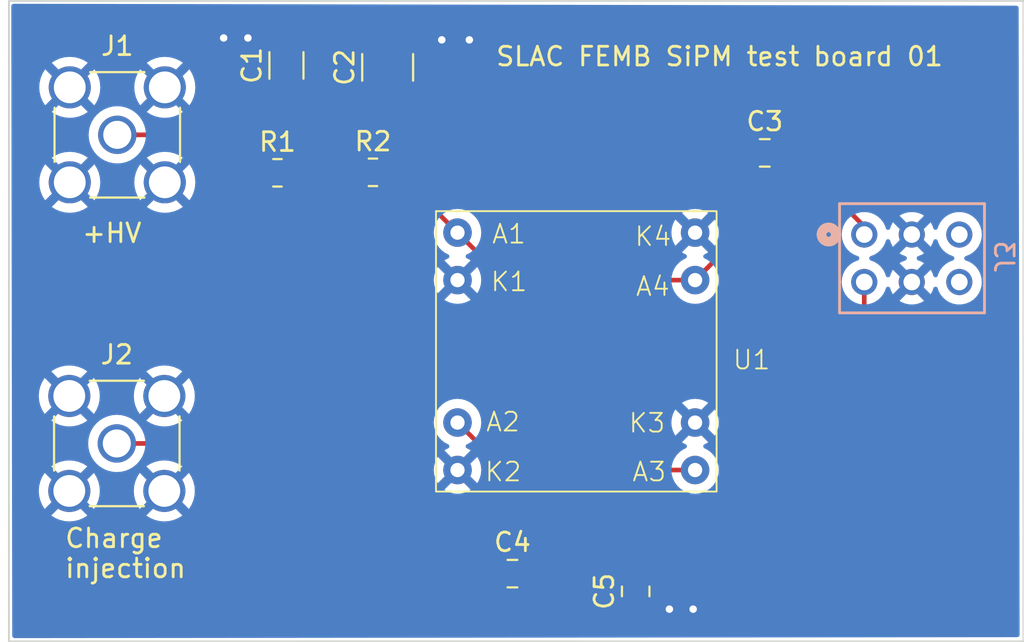
<source format=kicad_pcb>
(kicad_pcb (version 20221018) (generator pcbnew)
  (layers (0 "F.Cu" signal) (31 "B.Cu" signal) (34 "B.Paste" user) (35 "F.Paste" user) (36 "B.SilkS" user "B.Silkscreen") (37 "F.SilkS" user "F.Silkscreen") (38 "B.Mask" user) (39 "F.Mask" user) (44 "Edge.Cuts" user))
  (net 0 "")
  (net 1 "Net-(C1-Pad1)")
  (net 2 "GND")
  (net 3 "Net-(C2-Pad1)")
  (net 4 "Net-(C3-Pad2)")
  (net 5 "Net-(J2-Pin_1)")
  (net 6 "Net-(C4-Pad2)")
  (net 7 "Net-(J1-Pin_1)")
  (footprint "Connector_Coaxial:SMA_Amphenol_132134-11_Vertical" (layer "F.Cu") (at 75.8723 48.1584)
    (fp_text reference "J1" (at 0 -4.75) (layer "F.SilkS"))
    (fp_text value "Conn_01x02_Pin")
    (fp_line (start -3.355 -1.45) (end -3.355 1.45) (stroke (width 0.12)) (layer "F.SilkS"))
    (fp_line (start -1.45 -3.355) (end 1.45 -3.355) (stroke (width 0.12)) (layer "F.SilkS"))
    (fp_line (start -1.45 3.355) (end 1.45 3.355) (stroke (width 0.12)) (layer "F.SilkS"))
    (fp_line (start 3.355 -1.45) (end 3.355 1.45) (stroke (width 0.12)) (layer "F.SilkS"))
    (pad "1" thru_hole circle (at 0 0) (size 2.05 2.05) (drill 1.5) (layers "*.Cu" "*.Mask") (net 7 "Net-(J1-Pin_1)"))
    (pad "2" thru_hole circle (at -2.54 -2.54) (size 2.25 2.25) (drill 1.7) (layers "*.Cu" "*.Mask") (net 2 "GND"))
    (pad "2" thru_hole circle (at -2.54 2.54) (size 2.25 2.25) (drill 1.7) (layers "*.Cu" "*.Mask") (net 2 "GND"))
    (pad "2" thru_hole circle (at 2.54 -2.54) (size 2.25 2.25) (drill 1.7) (layers "*.Cu" "*.Mask") (net 2 "GND"))
    (pad "2" thru_hole circle (at 2.54 2.54) (size 2.25 2.25) (drill 1.7) (layers "*.Cu" "*.Mask") (net 2 "GND"))
  )
  (footprint "Capacitor_SMD:C_1206_3216Metric" (layer "F.Cu") (at 84.9147 44.4464 90)
    (fp_text reference "C1" (at 0 -1.85 90) (layer "F.SilkS"))
    (fp_text value "C")
    (fp_line (start -0.711252 -0.91) (end 0.711252 -0.91) (stroke (width 0.12)) (layer "F.SilkS"))
    (fp_line (start -0.711252 0.91) (end 0.711252 0.91) (stroke (width 0.12)) (layer "F.SilkS"))
    (pad "1" smd roundrect (at -1.475 0 90) (size 1.15 1.8) (layers "F.Cu" "F.Paste" "F.Mask") (roundrect_rratio 0.217391) (net 1 "Net-(C1-Pad1)"))
    (pad "2" smd roundrect (at 1.475 0 90) (size 1.15 1.8) (layers "F.Cu" "F.Paste" "F.Mask") (roundrect_rratio 0.217391) (net 2 "GND"))
  )
  (footprint "Capacitor_SMD:C_1210_3225Metric" (layer "F.Cu") (at 90.3249 44.5498 90)
    (fp_text reference "C2" (at 0 -2.3 90) (layer "F.SilkS"))
    (fp_text value "C")
    (fp_line (start -0.711252 -1.36) (end 0.711252 -1.36) (stroke (width 0.12)) (layer "F.SilkS"))
    (fp_line (start -0.711252 1.36) (end 0.711252 1.36) (stroke (width 0.12)) (layer "F.SilkS"))
    (pad "1" smd roundrect (at -1.475 0 90) (size 1.15 2.7) (layers "F.Cu" "F.Paste" "F.Mask") (roundrect_rratio 0.217391) (net 3 "Net-(C2-Pad1)"))
    (pad "2" smd roundrect (at 1.475 0 90) (size 1.15 2.7) (layers "F.Cu" "F.Paste" "F.Mask") (roundrect_rratio 0.217391) (net 2 "GND"))
  )
  (footprint "Capacitor_SMD:C_0805_2012Metric" (layer "F.Cu") (at 96.9949 71.633)
    (fp_text reference "C4" (at 0 -1.68) (layer "F.SilkS"))
    (fp_text value "Charge injection")
    (fp_line (start -0.261252 -0.735) (end 0.261252 -0.735) (stroke (width 0.12)) (layer "F.SilkS"))
    (fp_line (start -0.261252 0.735) (end 0.261252 0.735) (stroke (width 0.12)) (layer "F.SilkS"))
    (pad "1" smd roundrect (at -0.95 0) (size 1 1.45) (layers "F.Cu" "F.Paste" "F.Mask") (net 5 "Net-(J2-Pin_1)"))
    (pad "2" smd roundrect (at 0.95 0) (size 1 1.45) (layers "F.Cu" "F.Paste" "F.Mask") (net 6 "Net-(C4-Pad2)"))
  )
  (footprint "Capacitor_SMD:C_0805_2012Metric" (layer "F.Cu") (at 103.5837 72.583 90)
    (fp_text reference "C5" (at 0 -1.68 90) (layer "F.SilkS"))
    (fp_text value "C_det")
    (fp_line (start -0.261252 -0.735) (end 0.261252 -0.735) (stroke (width 0.12)) (layer "F.SilkS"))
    (fp_line (start -0.261252 0.735) (end 0.261252 0.735) (stroke (width 0.12)) (layer "F.SilkS"))
    (pad "1" smd roundrect (at -0.95 0 90) (size 1 1.45) (layers "F.Cu" "F.Paste" "F.Mask") (net 2 "GND"))
    (pad "2" smd roundrect (at 0.95 0 90) (size 1 1.45) (layers "F.Cu" "F.Paste" "F.Mask") (net 6 "Net-(C4-Pad2)"))
  )
  (footprint "Capacitor_SMD:C_0805_2012Metric" (layer "F.Cu") (at 110.4823 49.1236)
    (fp_text reference "C3" (at 0 -1.68) (layer "F.SilkS"))
    (fp_text value "Cb")
    (fp_line (start -0.261252 -0.735) (end 0.261252 -0.735) (stroke (width 0.12)) (layer "F.SilkS"))
    (fp_line (start -0.261252 0.735) (end 0.261252 0.735) (stroke (width 0.12)) (layer "F.SilkS"))
    (pad "1" smd roundrect (at -0.95 0) (size 1 1.45) (layers "F.Cu" "F.Paste" "F.Mask") (net 3 "Net-(C2-Pad1)"))
    (pad "2" smd roundrect (at 0.95 0) (size 1 1.45) (layers "F.Cu" "F.Paste" "F.Mask") (net 4 "Net-(C3-Pad2)"))
  )
  (footprint "Resistor_SMD:R_0805_2012Metric" (layer "F.Cu") (at 89.5394 50.165)
    (fp_text reference "R2" (at 0 -1.65) (layer "F.SilkS"))
    (fp_text value "R")
    (fp_line (start -0.227064 -0.735) (end 0.227064 -0.735) (stroke (width 0.12)) (layer "F.SilkS"))
    (fp_line (start -0.227064 0.735) (end 0.227064 0.735) (stroke (width 0.12)) (layer "F.SilkS"))
    (pad "1" smd roundrect (at -0.9125 0) (size 1.025 1.4) (layers "F.Cu" "F.Paste" "F.Mask") (roundrect_rratio 0.243902) (net 1 "Net-(C1-Pad1)"))
    (pad "2" smd roundrect (at 0.9125 0) (size 1.025 1.4) (layers "F.Cu" "F.Paste" "F.Mask") (roundrect_rratio 0.243902) (net 3 "Net-(C2-Pad1)"))
  )
  (footprint "Resistor_SMD:R_0805_2012Metric" (layer "F.Cu") (at 84.434 50.1904)
    (fp_text reference "R1" (at 0 -1.65) (layer "F.SilkS"))
    (fp_text value "R")
    (fp_line (start -0.227064 -0.735) (end 0.227064 -0.735) (stroke (width 0.12)) (layer "F.SilkS"))
    (fp_line (start -0.227064 0.735) (end 0.227064 0.735) (stroke (width 0.12)) (layer "F.SilkS"))
    (pad "1" smd roundrect (at -0.9125 0) (size 1.025 1.4) (layers "F.Cu" "F.Paste" "F.Mask") (roundrect_rratio 0.243902) (net 7 "Net-(J1-Pin_1)"))
    (pad "2" smd roundrect (at 0.9125 0) (size 1.025 1.4) (layers "F.Cu" "F.Paste" "F.Mask") (roundrect_rratio 0.243902) (net 1 "Net-(C1-Pad1)"))
  )
  (footprint "Connector_Coaxial:SMA_Amphenol_132134-11_Vertical" (layer "F.Cu") (at 75.8469 64.6684)
    (fp_text reference "J2" (at 0 -4.75) (layer "F.SilkS"))
    (fp_text value "Conn_01x02_Pin")
    (fp_line (start -3.355 -1.45) (end -3.355 1.45) (stroke (width 0.12)) (layer "F.SilkS"))
    (fp_line (start -1.45 -3.355) (end 1.45 -3.355) (stroke (width 0.12)) (layer "F.SilkS"))
    (fp_line (start -1.45 3.355) (end 1.45 3.355) (stroke (width 0.12)) (layer "F.SilkS"))
    (fp_line (start 3.355 -1.45) (end 3.355 1.45) (stroke (width 0.12)) (layer "F.SilkS"))
    (pad "1" thru_hole circle (at 0 0) (size 2.05 2.05) (drill 1.5) (layers "*.Cu" "*.Mask") (net 5 "Net-(J2-Pin_1)"))
    (pad "2" thru_hole circle (at -2.54 -2.54) (size 2.25 2.25) (drill 1.7) (layers "*.Cu" "*.Mask") (net 2 "GND"))
    (pad "2" thru_hole circle (at -2.54 2.54) (size 2.25 2.25) (drill 1.7) (layers "*.Cu" "*.Mask") (net 2 "GND"))
    (pad "2" thru_hole circle (at 2.54 -2.54) (size 2.25 2.25) (drill 1.7) (layers "*.Cu" "*.Mask") (net 2 "GND"))
    (pad "2" thru_hole circle (at 2.54 2.54) (size 2.25 2.25) (drill 1.7) (layers "*.Cu" "*.Mask") (net 2 "GND"))
  )
  (footprint "SiPM:SiPM array" (layer "F.Cu") (at 100.4087 59.7408)
    (fp_text reference "U1" (at 9.3701 0.4572 unlocked) (layer "F.SilkS") (effects (font (thickness 0.1))))
    (fp_text value "~")
    (fp_text user "A4" (at 3.12 -2.89 unlocked) (layer "F.SilkS") (effects (font (thickness 0.1)) (justify left bottom)))
    (fp_text user "K2" (at -4.95 7.03 unlocked) (layer "F.SilkS") (effects (font (thickness 0.1)) (justify left bottom)))
    (fp_text user "K4" (at 3.06 -5.56 unlocked) (layer "F.SilkS") (effects (font (thickness 0.1)) (justify left bottom)))
    (fp_text user "A2" (at -4.89 4.36 unlocked) (layer "F.SilkS") (effects (font (thickness 0.1)) (justify left bottom)))
    (fp_text user "K3" (at 2.74 4.42 unlocked) (layer "F.SilkS") (effects (font (thickness 0.1)) (justify left bottom)))
    (fp_text user "A3" (at 2.93 7.03 unlocked) (layer "F.SilkS") (effects (font (thickness 0.1)) (justify left bottom)))
    (fp_text user "K1" (at -4.64 -3.14 unlocked) (layer "F.SilkS") (effects (font (thickness 0.1)) (justify left bottom)))
    (fp_text user "A1" (at -4.57 -5.69 unlocked) (layer "F.SilkS") (effects (font (thickness 0.1)) (justify left bottom)))
    (fp_rect (start -7.5 -7.5) (end 7.5 7.5) (stroke (width 0.1)) (fill none) (layer "F.SilkS"))
    (pad "A1" thru_hole circle (at -6.35 -6.35) (size 1.524 1.524) (drill 0.762) (layers "*.Cu" "*.Mask") (net 3 "Net-(C2-Pad1)"))
    (pad "A2" thru_hole circle (at -6.35 3.81) (size 1.524 1.524) (drill 0.762) (layers "*.Cu" "*.Mask") (net 3 "Net-(C2-Pad1)"))
    (pad "A3" thru_hole circle (at 6.35 6.35) (size 1.524 1.524) (drill 0.762) (layers "*.Cu" "*.Mask") (net 3 "Net-(C2-Pad1)"))
    (pad "A4" thru_hole circle (at 6.35 -3.81) (size 1.524 1.524) (drill 0.762) (layers "*.Cu" "*.Mask") (net 3 "Net-(C2-Pad1)"))
    (pad "K1" thru_hole circle (at -6.35 -3.81) (size 1.524 1.524) (drill 0.762) (layers "*.Cu" "*.Mask") (net 2 "GND"))
    (pad "K2" thru_hole circle (at -6.35 6.35) (size 1.524 1.524) (drill 0.762) (layers "*.Cu" "*.Mask") (net 2 "GND"))
    (pad "K3" thru_hole circle (at 6.35 3.81) (size 1.524 1.524) (drill 0.762) (layers "*.Cu" "*.Mask") (net 2 "GND"))
    (pad "K4" thru_hole circle (at 6.35 -6.35) (size 1.524 1.524) (drill 0.762) (layers "*.Cu" "*.Mask") (net 2 "GND"))
  )
  (footprint "TSW_102_07_G_T:CON6_3X2_TU_TSW_SAI" (layer "B.Cu") (at 118.3411 54.7624 90)
    (fp_text reference "J3" (at 0.0762 4.9251 270 unlocked) (layer "B.SilkS") (effects (justify mirror)))
    (fp_text value "TSW-102-07-G-T")
    (fp_line (start -2.921 -3.8608) (end 2.921 -3.8608) (stroke (width 0.1524)) (layer "B.SilkS"))
    (fp_line (start -2.921 3.8862) (end -2.921 -3.8608) (stroke (width 0.1524)) (layer "B.SilkS"))
    (fp_line (start 2.921 -3.8608) (end 2.921 3.8862) (stroke (width 0.1524)) (layer "B.SilkS"))
    (fp_line (start 2.921 3.8862) (end -2.921 3.8862) (stroke (width 0.1524)) (layer "B.SilkS"))
    (fp_circle (center 1.27 -4.445) (end 1.651 -4.445) (stroke (width 0.508)) (fill none) (layer "B.SilkS"))
    (fp_circle (center 1.27 -4.445) (end 1.651 -4.445) (stroke (width 0.508)) (fill none) (layer "F.SilkS"))
    (pad "1" thru_hole circle (at 1.27 -2.54) (size 1.397 1.397) (drill 0.889) (layers "*.Cu" "*.Mask") (net 4 "Net-(C3-Pad2)"))
    (pad "2" thru_hole circle (at 1.27 0) (size 1.397 1.397) (drill 0.889) (layers "*.Cu" "*.Mask") (net 2 "GND"))
    (pad "3" thru_hole circle (at 1.27 2.54) (size 1.397 1.397) (drill 0.889) (layers "*.Cu" "*.Mask"))
    (pad "4" thru_hole circle (at -1.27 -2.54) (size 1.397 1.397) (drill 0.889) (layers "*.Cu" "*.Mask") (net 6 "Net-(C4-Pad2)"))
    (pad "5" thru_hole circle (at -1.27 0) (size 1.397 1.397) (drill 0.889) (layers "*.Cu" "*.Mask") (net 2 "GND"))
    (pad "6" thru_hole circle (at -1.27 2.54) (size 1.397 1.397) (drill 0.889) (layers "*.Cu" "*.Mask"))
  )
  (gr_rect (start 70.0786 40.9956) (end 124.3076 75.2602) (stroke (width 0.1)) (fill none) (layer "Edge.Cuts"))
  (gr_text "+HV" (at 73.914 54.0004) (layer "F.SilkS") (effects (font (size 1 1)) (justify left bottom)))
  (gr_text "Charge\ninjection" (at 72.9996 71.9328) (layer "F.SilkS") (effects (font (size 1 1)) (justify left bottom)))
  (gr_text "SLAC FEMB SiPM test board 01" (at 96.0374 44.5516) (layer "F.SilkS") (effects (font (size 1 1)) (justify left bottom)))
  (segment (start 85.3719 50.165) (end 85.3465 50.1904) (width 0.25) (layer "F.Cu") (net 1))
  (segment (start 88.6269 50.165) (end 85.3719 50.165) (width 0.25) (layer "F.Cu") (net 1))
  (segment (start 84.9147 45.9214) (end 84.9147 49.7586) (width 0.25) (layer "F.Cu") (net 1))
  (segment (start 84.9147 49.7586) (end 85.3465 50.1904) (width 0.25) (layer "F.Cu") (net 1))
  (segment (start 82.8548 42.9768) (end 81.5594 42.9768) (width 0.25) (layer "F.Cu") (net 2))
  (segment (start 84.9147 42.9714) (end 82.8602 42.9714) (width 0.25) (layer "F.Cu") (net 2))
  (segment (start 103.5837 73.533) (end 105.3846 73.533) (width 0.25) (layer "F.Cu") (net 2))
  (segment (start 82.8602 42.9714) (end 82.8548 42.9768) (width 0.25) (layer "F.Cu") (net 2))
  (segment (start 105.3846 73.533) (end 106.6546 73.533) (width 0.25) (layer "F.Cu") (net 2))
  (segment (start 90.3249 43.0748) (end 93.2144 43.0748) (width 0.25) (layer "F.Cu") (net 2))
  (segment (start 93.218 43.0784) (end 94.6912 43.0784) (width 0.25) (layer "F.Cu") (net 2))
  (segment (start 93.2144 43.0748) (end 93.218 43.0784) (width 0.25) (layer "F.Cu") (net 2))
  (via (at 94.6912 43.0784) (size 0.8) (drill 0.4) (layers "F.Cu" "B.Cu") (net 2))
  (via (at 105.3846 73.533) (size 0.8) (drill 0.4) (layers "F.Cu" "B.Cu") (net 2))
  (via (at 82.8548 42.9768) (size 0.8) (drill 0.4) (layers "F.Cu" "B.Cu") (net 2))
  (via (at 81.5594 42.9768) (size 0.8) (drill 0.4) (layers "F.Cu" "B.Cu") (net 2))
  (via (at 93.218 43.0784) (size 0.8) (drill 0.4) (layers "F.Cu" "B.Cu") (net 2))
  (via (at 106.6546 73.533) (size 0.8) (drill 0.4) (layers "F.Cu" "B.Cu") (net 2))
  (segment (start 94.0587 53.3908) (end 90.8329 50.165) (width 0.25) (layer "F.Cu") (net 3))
  (segment (start 106.7587 55.9308) (end 109.5323 53.1572) (width 0.25) (layer "F.Cu") (net 3))
  (segment (start 96.5987 66.0908) (end 94.0587 63.5508) (width 0.25) (layer "F.Cu") (net 3))
  (segment (start 100.9167 55.9308) (end 100.9167 66.04) (width 0.25) (layer "F.Cu") (net 3))
  (segment (start 90.3249 46.0248) (end 90.3249 50.038) (width 0.25) (layer "F.Cu") (net 3))
  (segment (start 90.8329 50.165) (end 90.4519 50.165) (width 0.25) (layer "F.Cu") (net 3))
  (segment (start 90.3249 50.038) (end 90.4519 50.165) (width 0.25) (layer "F.Cu") (net 3))
  (segment (start 100.9675 66.0908) (end 96.5987 66.0908) (width 0.25) (layer "F.Cu") (net 3))
  (segment (start 96.5987 55.9308) (end 94.0587 53.3908) (width 0.25) (layer "F.Cu") (net 3))
  (segment (start 109.5323 53.1572) (end 109.5323 49.1236) (width 0.25) (layer "F.Cu") (net 3))
  (segment (start 106.7587 66.0908) (end 100.9675 66.0908) (width 0.25) (layer "F.Cu") (net 3))
  (segment (start 100.9167 66.04) (end 100.9675 66.0908) (width 0.25) (layer "F.Cu") (net 3))
  (segment (start 100.9167 55.9308) (end 96.5987 55.9308) (width 0.25) (layer "F.Cu") (net 3))
  (segment (start 106.7587 55.9308) (end 100.9167 55.9308) (width 0.25) (layer "F.Cu") (net 3))
  (segment (start 111.4323 49.1236) (end 111.8641 49.1236) (width 0.25) (layer "F.Cu") (net 4))
  (segment (start 111.8641 49.1236) (end 115.8773 53.1368) (width 0.25) (layer "F.Cu") (net 4))
  (segment (start 81.4095 64.6684) (end 81.4349 64.643) (width 0.25) (layer "F.Cu") (net 5))
  (segment (start 96.0449 71.633) (end 88.4249 71.633) (width 0.25) (layer "F.Cu") (net 5))
  (segment (start 88.4249 71.633) (end 81.4349 64.643) (width 0.25) (layer "F.Cu") (net 5))
  (segment (start 75.8469 64.6684) (end 81.4095 64.6684) (width 0.25) (layer "F.Cu") (net 5))
  (segment (start 115.8011 56.0324) (end 115.8011 65.3542) (width 0.25) (layer "F.Cu") (net 6))
  (segment (start 115.8011 65.3542) (end 109.4765 71.6788) (width 0.25) (layer "F.Cu") (net 6))
  (segment (start 109.4765 71.6788) (end 103.6295 71.6788) (width 0.25) (layer "F.Cu") (net 6))
  (segment (start 103.6295 71.6788) (end 103.5837 71.633) (width 0.25) (layer "F.Cu") (net 6))
  (segment (start 103.5837 71.633) (end 97.9449 71.633) (width 0.25) (layer "F.Cu") (net 6))
  (segment (start 80.0887 48.133) (end 80.0633 48.1584) (width 0.25) (layer "F.Cu") (net 7))
  (segment (start 82.1461 50.1904) (end 80.0887 48.133) (width 0.25) (layer "F.Cu") (net 7))
  (segment (start 83.5215 50.1904) (end 82.1461 50.1904) (width 0.25) (layer "F.Cu") (net 7))
  (segment (start 80.0633 48.1584) (end 75.8723 48.1584) (width 0.25) (layer "F.Cu") (net 7))
  (zone (net 2) (net_name "GND") (layer "B.Cu") (connect_pads (clearance 0.5)) (min_thickness 0.25) (fill yes (thermal_gap 0.5) (thermal_bridge_width 0.5))
    (polygon (pts (xy 70.2056 41.148) (xy 124.0536 41.2496) (xy 124.1044 75.0316) (xy 70.2564 75.0824)))
  )
)
</source>
